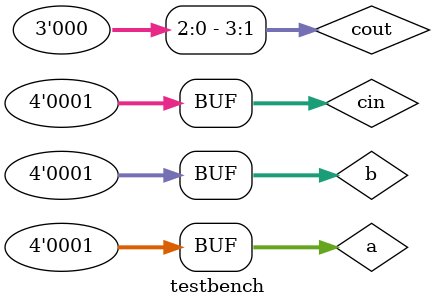
<source format=v>
`timescale 1ns / 1ps


module CARRY_LOOK_AHEAD_ADDER(
    input [3:0] a,
    input [3:0] b,
    input cin,
    output [3:0] sum,
    output cout
    );
    and (g0,a[0],b[0]),
    (g1,a[1],b[1]),
    (g2,a[2],b[2]),
    (g3,a[3],b[3]);
    xor (p0,a[0],b[0]),
    (p1,a[1],b[1]),
    (p2,a[2],b[2]),
    (p3,a[3],b[3]);
    xor (sum[0],p0,cin),
        (sum[1],p1,c0),
        (sum[2],p2,c1),
        (sum[3],p3,c2);
        assign c0= g0 | (p0 & cin),
        c1= g1 | (p1 & g0) | (p1 & p0 & cin),
        c2= g2 | (p2 & g1) | (p2 & p1 & g0) | (p2 & p1 & p0 & cin),
        c3= g3 | (p3 & g2) | (p3 & p2 & g1) | (p3 & p2 & p1 & g0) | (p3 & p2 & p1 & p0 & cin);
        assign cout=c3;
    
endmodule

module testbench;
reg [3:0] a, b,cin;
wire [3:0] sum,cout;
CARRY_LOOK_AHEAD_ADDER dut(a,b,cin,sum,cout);

initial 
begin
$monitor("a=%b b=%b cin=%b sum=%b cout=%b",a,b,cin,sum,cout);
     cin=1;
#50 a[0]=0; a[1]=0; a[2]=0; a[3]=0;
     b[0]=0; b[1]=0; b[2]=0; b[3]=0;
#70 a[0]=0; a[1]=0; a[2]=0; a[3]=1;
     b[0]=0; b[1]=0; b[2]=0; b[3]=1;
#90 a[0]=0; a[1]=0; a[2]=1; a[3]=0;
     b[0]=0; b[1]=0; b[2]=1; b[3]=0;
#110 a[0]=0; a[1]=0; a[2]=1; a[3]=1;
     b[0]=0; b[1]=0; b[2]=1; b[3]=1;
#130 a[0]=0; a[1]=1; a[2]=0; a[3]=0;
     b[0]=0; b[1]=1; b[2]=0; b[3]=0;
#150 a[0]=0; a[1]=1; a[2]=0; a[3]=1;
     b[0]=0; b[1]=1; b[2]=0; b[3]=1;
#170 a[0]=0; a[1]=1; a[2]=1; a[3]=0;
     b[0]=0; b[1]=1; b[2]=1; b[3]=0;
#190 a[0]=0; a[1]=1; a[2]=1; a[3]=1;
     b[0]=0; b[1]=1; b[2]=1; b[3]=1;
#210 a[0]=1; a[1]=0; a[2]=0; a[3]=0;
     b[0]=1; b[1]=0; b[2]=0; b[3]=0;
     
     end
     endmodule
</source>
